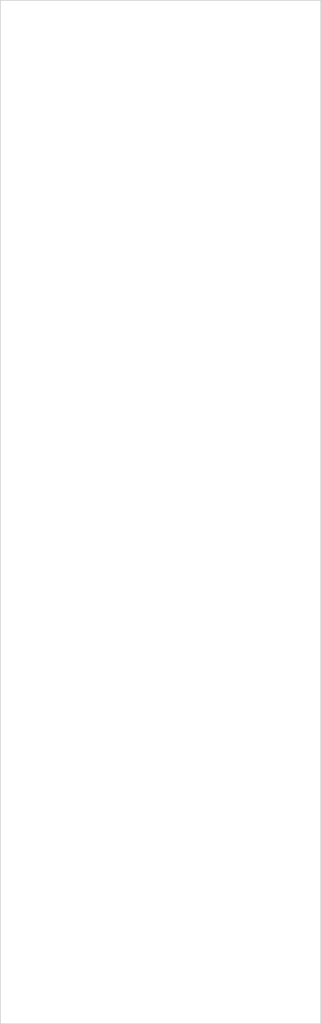
<source format=kicad_pcb>
(kicad_pcb (version 20221018) (generator pcbnew)

  (general
    (thickness 1.6)
  )

  (paper "A4")
  (layers
    (0 "F.Cu" signal)
    (31 "B.Cu" signal)
    (32 "B.Adhes" user "B.Adhesive")
    (33 "F.Adhes" user "F.Adhesive")
    (34 "B.Paste" user)
    (35 "F.Paste" user)
    (36 "B.SilkS" user "B.Silkscreen")
    (37 "F.SilkS" user "F.Silkscreen")
    (38 "B.Mask" user)
    (39 "F.Mask" user)
    (40 "Dwgs.User" user "User.Drawings")
    (41 "Cmts.User" user "User.Comments")
    (42 "Eco1.User" user "User.Eco1")
    (43 "Eco2.User" user "User.Eco2")
    (44 "Edge.Cuts" user)
    (45 "Margin" user)
    (46 "B.CrtYd" user "B.Courtyard")
    (47 "F.CrtYd" user "F.Courtyard")
    (48 "B.Fab" user)
    (49 "F.Fab" user)
    (50 "User.1" user)
    (51 "User.2" user)
    (52 "User.3" user)
    (53 "User.4" user)
    (54 "User.5" user)
    (55 "User.6" user)
    (56 "User.7" user)
    (57 "User.8" user)
    (58 "User.9" user)
  )

  (setup
    (stackup
      (layer "F.SilkS" (type "Top Silk Screen"))
      (layer "F.Paste" (type "Top Solder Paste"))
      (layer "F.Mask" (type "Top Solder Mask") (thickness 0.01))
      (layer "F.Cu" (type "copper") (thickness 0.035))
      (layer "dielectric 1" (type "core") (thickness 1.51) (material "FR4") (epsilon_r 4.5) (loss_tangent 0.02))
      (layer "B.Cu" (type "copper") (thickness 0.035))
      (layer "B.Mask" (type "Bottom Solder Mask") (thickness 0.01))
      (layer "B.Paste" (type "Bottom Solder Paste"))
      (layer "B.SilkS" (type "Bottom Silk Screen"))
      (copper_finish "None")
      (dielectric_constraints no)
    )
    (pad_to_mask_clearance 0)
    (pcbplotparams
      (layerselection 0x00010fc_ffffffff)
      (plot_on_all_layers_selection 0x0000000_00000000)
      (disableapertmacros false)
      (usegerberextensions false)
      (usegerberattributes true)
      (usegerberadvancedattributes true)
      (creategerberjobfile true)
      (dashed_line_dash_ratio 12.000000)
      (dashed_line_gap_ratio 3.000000)
      (svgprecision 6)
      (plotframeref false)
      (viasonmask false)
      (mode 1)
      (useauxorigin false)
      (hpglpennumber 1)
      (hpglpenspeed 20)
      (hpglpendiameter 15.000000)
      (dxfpolygonmode true)
      (dxfimperialunits true)
      (dxfusepcbnewfont true)
      (psnegative false)
      (psa4output false)
      (plotreference true)
      (plotvalue true)
      (plotinvisibletext false)
      (sketchpadsonfab false)
      (subtractmaskfromsilk false)
      (outputformat 1)
      (mirror false)
      (drillshape 1)
      (scaleselection 1)
      (outputdirectory "")
    )
  )

  (net 0 "")

  (gr_line (start 156.93 27.27) (end 156.93 155.77)
    (stroke (width 0.1) (type solid)) (layer "Edge.Cuts") (tstamp 15a06455-a10a-480e-952d-df4f046acbe6))
  (gr_line (start 116.63 27.27) (end 156.93 27.27)
    (stroke (width 0.1) (type solid)) (layer "Edge.Cuts") (tstamp 37326a97-a038-4032-9692-1dfb08ffbfa9))
  (gr_line (start 116.63 155.77) (end 116.63 27.27)
    (stroke (width 0.1) (type solid)) (layer "Edge.Cuts") (tstamp 5b800440-7b9a-4829-83ca-1a7d9c15eedf))
  (gr_line (start 156.93 155.77) (end 116.63 155.77)
    (stroke (width 0.1) (type solid)) (layer "Edge.Cuts") (tstamp ec860ac3-b882-4f30-8569-473dc1449e6c))
  (gr_text "CV IN2" (at 146.48 118.09) (layer "Dwgs.User") (tstamp 02047668-5478-4882-9431-d478d82fc6c7)
    (effects (font (size 1.5 1.5) (thickness 0.2)))
  )
  (gr_text "CUTOFF" (at 136.78 54.9) (layer "Dwgs.User") (tstamp 33a3bc83-d040-4555-82f8-9cff2a7989f6)
    (effects (font (size 1.5 1.5) (thickness 0.2)))
  )
  (gr_text "IN" (at 127.08 132.67) (layer "Dwgs.User") (tstamp 44989ac2-c8bf-4ceb-856c-9c0e8655d520)
    (effects (font (size 1.5 1.5) (thickness 0.2)))
  )
  (gr_text "RESONANCE" (at 146.48 80.92) (layer "Dwgs.User") (tstamp 5152828f-a475-4994-bdd9-8d83d0877eb8)
    (effects (font (size 1.5 1.5) (thickness 0.2)))
  )
  (gr_text "FILTER SLOPE" (at 127.08 80.92) (layer "Dwgs.User") (tstamp 52dbf1b4-2e81-45a1-b9b4-9db671425150)
    (effects (font (size 1.5 1.5) (thickness 0.2)))
  )
  (gr_text "12dB\n/OCT" (at 119.86 92.83) (layer "Dwgs.User") (tstamp 599d3641-8758-42f6-82f2-70d95c0515b1)
    (effects (font (size 1.5 1.5) (thickness 0.2)))
  )
  (gr_text "OUT" (at 146.48 132.67) (layer "Dwgs.User") (tstamp 7320a8ed-7ded-46aa-b568-7da913026a45)
    (effects (font (size 1.5 1.5) (thickness 0.2)))
  )
  (gr_text "CV2 LEVEL" (at 146.48 98.73) (layer "Dwgs.User") (tstamp 9d08f8e1-e9c7-494a-aa98-22a672ae9c99)
    (effects (font (size 1.5 1.5) (thickness 0.2)))
  )
  (gr_text "CV IN1" (at 127.08 118.09) (layer "Dwgs.User") (tstamp d14e2730-2f8b-45de-a9f9-daba62dcb84d)
    (effects (font (size 1.5 1.5) (thickness 0.2)))
  )
  (gr_text "24dB\n/OCT" (at 119.86 84.51) (layer "Dwgs.User") (tstamp d20ae684-e5bc-49e4-9bcf-e117dc7ebf17)
    (effects (font (size 1.5 1.5) (thickness 0.2)))
  )
  (gr_text "VCF" (at 136.78 33.384) (layer "Dwgs.User") (tstamp e1e01f1c-ee8d-436d-971d-c46801825bea)
    (effects (font (size 3 3) (thickness 0.2)))
  )
  (gr_text "CV1 LEVEL" (at 127.08 98.73) (layer "Dwgs.User") (tstamp fcad7480-7da5-4a33-a3a6-fdac5f9555a3)
    (effects (font (size 1.5 1.5) (thickness 0.2)))
  )

)

</source>
